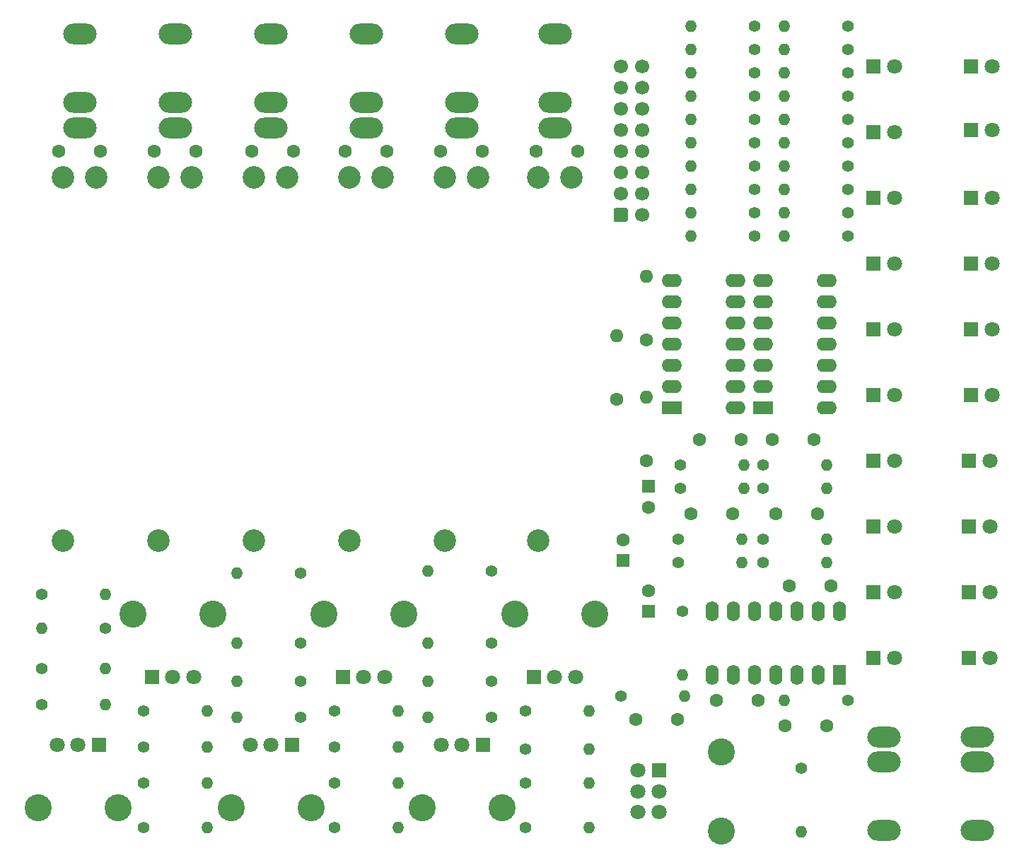
<source format=gbr>
%TF.GenerationSoftware,KiCad,Pcbnew,(5.1.10)-1*%
%TF.CreationDate,2022-02-04T18:45:48-05:00*%
%TF.ProjectId,Stereo_Mixer,53746572-656f-45f4-9d69-7865722e6b69,rev?*%
%TF.SameCoordinates,Original*%
%TF.FileFunction,Soldermask,Top*%
%TF.FilePolarity,Negative*%
%FSLAX46Y46*%
G04 Gerber Fmt 4.6, Leading zero omitted, Abs format (unit mm)*
G04 Created by KiCad (PCBNEW (5.1.10)-1) date 2022-02-04 18:45:48*
%MOMM*%
%LPD*%
G01*
G04 APERTURE LIST*
%ADD10C,1.600000*%
%ADD11O,1.400000X1.400000*%
%ADD12C,1.400000*%
%ADD13R,1.600000X1.600000*%
%ADD14R,1.800000X1.800000*%
%ADD15C,1.800000*%
%ADD16O,1.600000X1.600000*%
%ADD17O,4.000000X2.500000*%
%ADD18C,1.700000*%
%ADD19C,3.240000*%
%ADD20O,1.600000X2.400000*%
%ADD21R,1.600000X2.400000*%
%ADD22R,2.400000X1.600000*%
%ADD23O,2.400000X1.600000*%
%ADD24C,2.700000*%
G04 APERTURE END LIST*
D10*
%TO.C,C12*%
X224964000Y-77470000D03*
X219964000Y-77470000D03*
%TD*%
D11*
%TO.C,R29*%
X226060000Y-83312000D03*
D12*
X218440000Y-83312000D03*
%TD*%
%TO.C,R30*%
X218440000Y-80518000D03*
D11*
X226060000Y-80518000D03*
%TD*%
%TO.C,R33*%
X226060000Y-71628000D03*
D12*
X218440000Y-71628000D03*
%TD*%
%TO.C,R34*%
X218440000Y-74422000D03*
D11*
X226060000Y-74422000D03*
%TD*%
D10*
%TO.C,C1*%
X139112000Y-34036000D03*
X134112000Y-34036000D03*
%TD*%
%TO.C,C2*%
X150542000Y-34036000D03*
X145542000Y-34036000D03*
%TD*%
%TO.C,C3*%
X162226000Y-34036000D03*
X157226000Y-34036000D03*
%TD*%
%TO.C,C4*%
X168402000Y-34036000D03*
X173402000Y-34036000D03*
%TD*%
%TO.C,C5*%
X179832000Y-34036000D03*
X184832000Y-34036000D03*
%TD*%
%TO.C,C6*%
X196262000Y-34036000D03*
X191262000Y-34036000D03*
%TD*%
%TO.C,C7*%
X221060000Y-102870000D03*
X226060000Y-102870000D03*
%TD*%
%TO.C,C8*%
X203200000Y-102108000D03*
X208200000Y-102108000D03*
%TD*%
%TO.C,C9*%
X204724000Y-76668000D03*
D13*
X204724000Y-74168000D03*
%TD*%
%TO.C,C10*%
X204724000Y-89154000D03*
D10*
X204724000Y-86654000D03*
%TD*%
D13*
%TO.C,C11*%
X201676000Y-83058000D03*
D10*
X201676000Y-80558000D03*
%TD*%
%TO.C,C13*%
X209804000Y-77470000D03*
X214804000Y-77470000D03*
%TD*%
%TO.C,C14*%
X212852000Y-99822000D03*
X217852000Y-99822000D03*
%TD*%
%TO.C,C15*%
X226568000Y-86106000D03*
X221568000Y-86106000D03*
%TD*%
%TO.C,C16*%
X219536000Y-68580000D03*
X224536000Y-68580000D03*
%TD*%
%TO.C,C17*%
X215820000Y-68580000D03*
X210820000Y-68580000D03*
%TD*%
D14*
%TO.C,D1*%
X231648000Y-23876000D03*
D15*
X234188000Y-23876000D03*
%TD*%
D14*
%TO.C,D2*%
X231648000Y-31750000D03*
D15*
X234188000Y-31750000D03*
%TD*%
D14*
%TO.C,D3*%
X231648000Y-39624000D03*
D15*
X234188000Y-39624000D03*
%TD*%
%TO.C,D4*%
X234188000Y-47498000D03*
D14*
X231648000Y-47498000D03*
%TD*%
D15*
%TO.C,D5*%
X234188000Y-55372000D03*
D14*
X231648000Y-55372000D03*
%TD*%
D15*
%TO.C,D6*%
X234188000Y-63246000D03*
D14*
X231648000Y-63246000D03*
%TD*%
%TO.C,D7*%
X231648000Y-71120000D03*
D15*
X234188000Y-71120000D03*
%TD*%
%TO.C,D8*%
X234188000Y-78994000D03*
D14*
X231648000Y-78994000D03*
%TD*%
%TO.C,D9*%
X231648000Y-86868000D03*
D15*
X234188000Y-86868000D03*
%TD*%
%TO.C,D10*%
X234188000Y-94742000D03*
D14*
X231648000Y-94742000D03*
%TD*%
%TO.C,D11*%
X243332000Y-23876000D03*
D15*
X245872000Y-23876000D03*
%TD*%
%TO.C,D12*%
X245872000Y-31496000D03*
D14*
X243332000Y-31496000D03*
%TD*%
%TO.C,D13*%
X243332000Y-39624000D03*
D15*
X245872000Y-39624000D03*
%TD*%
%TO.C,D14*%
X245872000Y-47498000D03*
D14*
X243332000Y-47498000D03*
%TD*%
%TO.C,D15*%
X243332000Y-55372000D03*
D15*
X245872000Y-55372000D03*
%TD*%
%TO.C,D16*%
X245872000Y-63246000D03*
D14*
X243332000Y-63246000D03*
%TD*%
%TO.C,D17*%
X243078000Y-71120000D03*
D15*
X245618000Y-71120000D03*
%TD*%
%TO.C,D18*%
X245618000Y-78994000D03*
D14*
X243078000Y-78994000D03*
%TD*%
%TO.C,D19*%
X243078000Y-86868000D03*
D15*
X245618000Y-86868000D03*
%TD*%
%TO.C,D20*%
X245618000Y-94742000D03*
D14*
X243078000Y-94742000D03*
%TD*%
D10*
%TO.C,FB1*%
X204470000Y-71120000D03*
D16*
X204470000Y-63500000D03*
%TD*%
%TO.C,FB2*%
X204470000Y-49022000D03*
D10*
X204470000Y-56642000D03*
%TD*%
%TO.C,FB3*%
X200914000Y-63754000D03*
D16*
X200914000Y-56134000D03*
%TD*%
D17*
%TO.C,J1*%
X232918000Y-115388000D03*
X232918000Y-107188000D03*
X232918000Y-104188000D03*
%TD*%
%TO.C,J2*%
X244094000Y-104188000D03*
X244094000Y-107188000D03*
X244094000Y-115388000D03*
%TD*%
%TO.C,J3*%
G36*
G01*
X200572000Y-42256000D02*
X200572000Y-41056000D01*
G75*
G02*
X200822000Y-40806000I250000J0D01*
G01*
X202022000Y-40806000D01*
G75*
G02*
X202272000Y-41056000I0J-250000D01*
G01*
X202272000Y-42256000D01*
G75*
G02*
X202022000Y-42506000I-250000J0D01*
G01*
X200822000Y-42506000D01*
G75*
G02*
X200572000Y-42256000I0J250000D01*
G01*
G37*
D18*
X201422000Y-39116000D03*
X201422000Y-36576000D03*
X201422000Y-34036000D03*
X201422000Y-31496000D03*
X201422000Y-28956000D03*
X201422000Y-26416000D03*
X201422000Y-23876000D03*
X203962000Y-41656000D03*
X203962000Y-39116000D03*
X203962000Y-36576000D03*
X203962000Y-34036000D03*
X203962000Y-31496000D03*
X203962000Y-28956000D03*
X203962000Y-26416000D03*
X203962000Y-23876000D03*
%TD*%
D12*
%TO.C,R1*%
X132080000Y-96012000D03*
D11*
X139700000Y-96012000D03*
%TD*%
%TO.C,R2*%
X139700000Y-100330000D03*
D12*
X132080000Y-100330000D03*
%TD*%
D11*
%TO.C,R3*%
X151892000Y-109728000D03*
D12*
X144272000Y-109728000D03*
%TD*%
%TO.C,R4*%
X144272000Y-105410000D03*
D11*
X151892000Y-105410000D03*
%TD*%
%TO.C,R5*%
X155448000Y-84582000D03*
D12*
X163068000Y-84582000D03*
%TD*%
%TO.C,R6*%
X163068000Y-101854000D03*
D11*
X155448000Y-101854000D03*
%TD*%
D12*
%TO.C,R7*%
X167132000Y-109728000D03*
D11*
X174752000Y-109728000D03*
%TD*%
%TO.C,R8*%
X174752000Y-105410000D03*
D12*
X167132000Y-105410000D03*
%TD*%
%TO.C,R9*%
X185928000Y-84328000D03*
D11*
X178308000Y-84328000D03*
%TD*%
%TO.C,R10*%
X178308000Y-101854000D03*
D12*
X185928000Y-101854000D03*
%TD*%
D11*
%TO.C,R11*%
X197612000Y-109728000D03*
D12*
X189992000Y-109728000D03*
%TD*%
%TO.C,R12*%
X189992000Y-105664000D03*
D11*
X197612000Y-105664000D03*
%TD*%
%TO.C,R13*%
X139700000Y-87122000D03*
D12*
X132080000Y-87122000D03*
%TD*%
%TO.C,R14*%
X139700000Y-91186000D03*
D11*
X132080000Y-91186000D03*
%TD*%
D12*
%TO.C,R15*%
X144272000Y-115062000D03*
D11*
X151892000Y-115062000D03*
%TD*%
%TO.C,R16*%
X151892000Y-101092000D03*
D12*
X144272000Y-101092000D03*
%TD*%
%TO.C,R17*%
X163068000Y-97536000D03*
D11*
X155448000Y-97536000D03*
%TD*%
%TO.C,R18*%
X155448000Y-92964000D03*
D12*
X163068000Y-92964000D03*
%TD*%
D11*
%TO.C,R19*%
X174752000Y-115062000D03*
D12*
X167132000Y-115062000D03*
%TD*%
%TO.C,R20*%
X167132000Y-101092000D03*
D11*
X174752000Y-101092000D03*
%TD*%
%TO.C,R21*%
X178308000Y-97536000D03*
D12*
X185928000Y-97536000D03*
%TD*%
%TO.C,R22*%
X185928000Y-92964000D03*
D11*
X178308000Y-92964000D03*
%TD*%
%TO.C,R23*%
X197612000Y-115062000D03*
D12*
X189992000Y-115062000D03*
%TD*%
%TO.C,R24*%
X189992000Y-101092000D03*
D11*
X197612000Y-101092000D03*
%TD*%
D12*
%TO.C,R25*%
X228600000Y-99822000D03*
D11*
X220980000Y-99822000D03*
%TD*%
%TO.C,R26*%
X209042000Y-99314000D03*
D12*
X201422000Y-99314000D03*
%TD*%
%TO.C,R27*%
X208788000Y-89154000D03*
D11*
X208788000Y-96774000D03*
%TD*%
%TO.C,R28*%
X223012000Y-115570000D03*
D12*
X223012000Y-107950000D03*
%TD*%
%TO.C,R31*%
X208280000Y-83312000D03*
D11*
X215900000Y-83312000D03*
%TD*%
%TO.C,R32*%
X215900000Y-80518000D03*
D12*
X208280000Y-80518000D03*
%TD*%
D11*
%TO.C,R35*%
X216154000Y-71628000D03*
D12*
X208534000Y-71628000D03*
%TD*%
%TO.C,R36*%
X208534000Y-74422000D03*
D11*
X216154000Y-74422000D03*
%TD*%
%TO.C,R37*%
X209804000Y-19050000D03*
D12*
X217424000Y-19050000D03*
%TD*%
%TO.C,R38*%
X217424000Y-21844000D03*
D11*
X209804000Y-21844000D03*
%TD*%
%TO.C,R39*%
X209804000Y-24638000D03*
D12*
X217424000Y-24638000D03*
%TD*%
D11*
%TO.C,R40*%
X209804000Y-27432000D03*
D12*
X217424000Y-27432000D03*
%TD*%
%TO.C,R41*%
X217424000Y-30226000D03*
D11*
X209804000Y-30226000D03*
%TD*%
%TO.C,R42*%
X209804000Y-33020000D03*
D12*
X217424000Y-33020000D03*
%TD*%
%TO.C,R43*%
X217424000Y-35814000D03*
D11*
X209804000Y-35814000D03*
%TD*%
D12*
%TO.C,R44*%
X217424000Y-38608000D03*
D11*
X209804000Y-38608000D03*
%TD*%
D12*
%TO.C,R45*%
X217424000Y-41402000D03*
D11*
X209804000Y-41402000D03*
%TD*%
%TO.C,R46*%
X209804000Y-44196000D03*
D12*
X217424000Y-44196000D03*
%TD*%
%TO.C,R47*%
X228600000Y-19050000D03*
D11*
X220980000Y-19050000D03*
%TD*%
%TO.C,R48*%
X220980000Y-21844000D03*
D12*
X228600000Y-21844000D03*
%TD*%
%TO.C,R49*%
X228600000Y-24638000D03*
D11*
X220980000Y-24638000D03*
%TD*%
%TO.C,R50*%
X220980000Y-27432000D03*
D12*
X228600000Y-27432000D03*
%TD*%
%TO.C,R51*%
X228600000Y-30226000D03*
D11*
X220980000Y-30226000D03*
%TD*%
%TO.C,R52*%
X220980000Y-33020000D03*
D12*
X228600000Y-33020000D03*
%TD*%
%TO.C,R53*%
X228600000Y-35814000D03*
D11*
X220980000Y-35814000D03*
%TD*%
%TO.C,R54*%
X220980000Y-38608000D03*
D12*
X228600000Y-38608000D03*
%TD*%
%TO.C,R55*%
X228600000Y-41402000D03*
D11*
X220980000Y-41402000D03*
%TD*%
%TO.C,R56*%
X220980000Y-44196000D03*
D12*
X228600000Y-44196000D03*
%TD*%
D19*
%TO.C,RV7*%
X141238000Y-112656000D03*
X131638000Y-112656000D03*
D15*
X133938000Y-105156000D03*
X136438000Y-105156000D03*
D14*
X138938000Y-105156000D03*
%TD*%
%TO.C,RV8*%
X145288000Y-97028000D03*
D15*
X147788000Y-97028000D03*
X150288000Y-97028000D03*
D19*
X152588000Y-89528000D03*
X142988000Y-89528000D03*
%TD*%
%TO.C,RV9*%
X164352000Y-112656000D03*
X154752000Y-112656000D03*
D15*
X157052000Y-105156000D03*
X159552000Y-105156000D03*
D14*
X162052000Y-105156000D03*
%TD*%
D19*
%TO.C,RV10*%
X165848000Y-89528000D03*
X175448000Y-89528000D03*
D15*
X173148000Y-97028000D03*
X170648000Y-97028000D03*
D14*
X168148000Y-97028000D03*
%TD*%
D19*
%TO.C,RV11*%
X187212000Y-112656000D03*
X177612000Y-112656000D03*
D15*
X179912000Y-105156000D03*
X182412000Y-105156000D03*
D14*
X184912000Y-105156000D03*
%TD*%
D19*
%TO.C,RV12*%
X188708000Y-89528000D03*
X198308000Y-89528000D03*
D15*
X196008000Y-97028000D03*
X193508000Y-97028000D03*
D14*
X191008000Y-97028000D03*
%TD*%
D15*
%TO.C,RV13*%
X203494000Y-108204000D03*
X203494000Y-110704000D03*
X203494000Y-113204000D03*
D19*
X213494000Y-105954000D03*
X213494000Y-115454000D03*
D15*
X205994000Y-113204000D03*
X205994000Y-110704000D03*
D14*
X205994000Y-108204000D03*
%TD*%
D17*
%TO.C,U1*%
X136652000Y-31194000D03*
X136652000Y-28194000D03*
X136652000Y-19994000D03*
%TD*%
%TO.C,U2*%
X148082000Y-19994000D03*
X148082000Y-28194000D03*
X148082000Y-31194000D03*
%TD*%
%TO.C,U3*%
X159512000Y-19994000D03*
X159512000Y-28194000D03*
X159512000Y-31194000D03*
%TD*%
%TO.C,U4*%
X170942000Y-31194000D03*
X170942000Y-28194000D03*
X170942000Y-19994000D03*
%TD*%
%TO.C,U5*%
X182372000Y-19994000D03*
X182372000Y-28194000D03*
X182372000Y-31194000D03*
%TD*%
%TO.C,U6*%
X193548000Y-31194000D03*
X193548000Y-28194000D03*
X193548000Y-19994000D03*
%TD*%
D20*
%TO.C,U7*%
X227584000Y-89154000D03*
X212344000Y-96774000D03*
X225044000Y-89154000D03*
X214884000Y-96774000D03*
X222504000Y-89154000D03*
X217424000Y-96774000D03*
X219964000Y-89154000D03*
X219964000Y-96774000D03*
X217424000Y-89154000D03*
X222504000Y-96774000D03*
X214884000Y-89154000D03*
X225044000Y-96774000D03*
X212344000Y-89154000D03*
D21*
X227584000Y-96774000D03*
%TD*%
D22*
%TO.C,U8*%
X218440000Y-64770000D03*
D23*
X226060000Y-49530000D03*
X218440000Y-62230000D03*
X226060000Y-52070000D03*
X218440000Y-59690000D03*
X226060000Y-54610000D03*
X218440000Y-57150000D03*
X226060000Y-57150000D03*
X218440000Y-54610000D03*
X226060000Y-59690000D03*
X218440000Y-52070000D03*
X226060000Y-62230000D03*
X218440000Y-49530000D03*
X226060000Y-64770000D03*
%TD*%
D22*
%TO.C,U9*%
X207518000Y-64770000D03*
D23*
X215138000Y-49530000D03*
X207518000Y-62230000D03*
X215138000Y-52070000D03*
X207518000Y-59690000D03*
X215138000Y-54610000D03*
X207518000Y-57150000D03*
X215138000Y-57150000D03*
X207518000Y-54610000D03*
X215138000Y-59690000D03*
X207518000Y-52070000D03*
X215138000Y-62230000D03*
X207518000Y-49530000D03*
X215138000Y-64770000D03*
%TD*%
D24*
%TO.C,RV1*%
X134652000Y-80678000D03*
X138652000Y-37178000D03*
X134652000Y-37178000D03*
%TD*%
%TO.C,RV2*%
X146082000Y-80678000D03*
X150082000Y-37178000D03*
X146082000Y-37178000D03*
%TD*%
%TO.C,RV3*%
X157512000Y-80678000D03*
X161512000Y-37178000D03*
X157512000Y-37178000D03*
%TD*%
%TO.C,RV4*%
X168942000Y-37178000D03*
X172942000Y-37178000D03*
X168942000Y-80678000D03*
%TD*%
%TO.C,RV5*%
X180372000Y-37178000D03*
X184372000Y-37178000D03*
X180372000Y-80678000D03*
%TD*%
%TO.C,RV6*%
X191548000Y-37178000D03*
X195548000Y-37178000D03*
X191548000Y-80678000D03*
%TD*%
M02*

</source>
